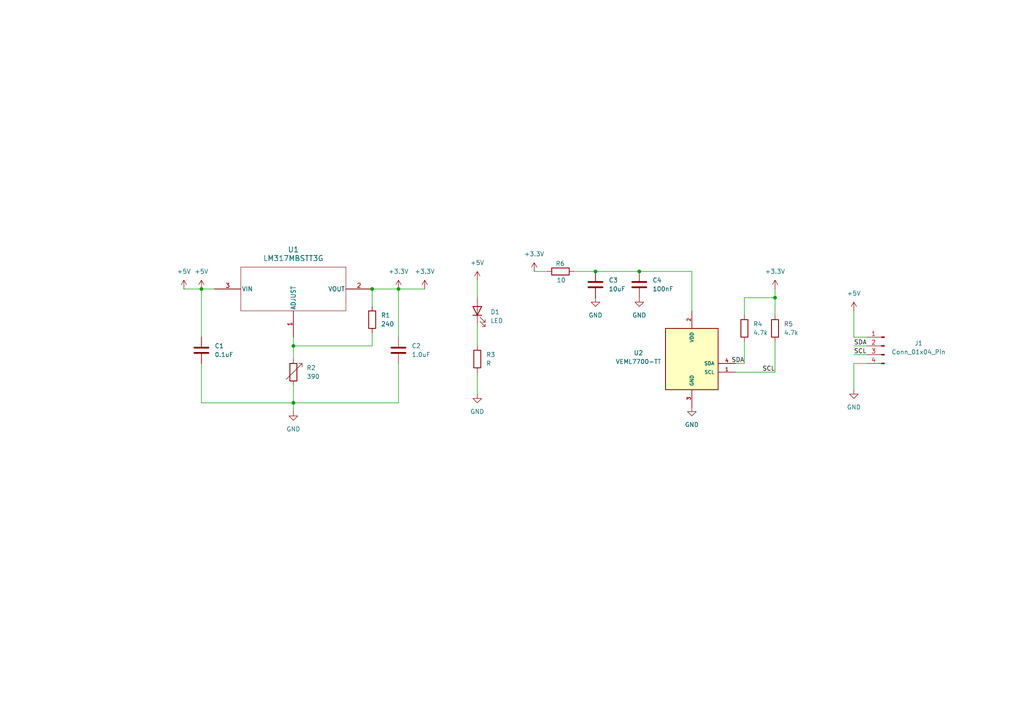
<source format=kicad_sch>
(kicad_sch (version 20250114) (generator "eeschema") (generator_version "9.0")
  (paper "A4")
  (lib_symbols
    (symbol "Connector:Conn_01x04_Pin" (pin_names (offset 1.016) (hide yes))
      (property "Reference" "J" (at 0 5.08 0))
      (property "Value" "Conn_01x04_Pin" (at 0 -7.62 0))
      (symbol "Conn_01x04_Pin_1_1"
        (rectangle (start 0.8636 2.667) (end 0 2.413) (stroke (width 0.1524)) (fill (type outline)))
        (rectangle (start 0.8636 0.127) (end 0 -0.127) (stroke (width 0.1524)) (fill (type outline)))
        (rectangle (start 0.8636 -2.413) (end 0 -2.667) (stroke (width 0.1524)) (fill (type outline)))
        (rectangle (start 0.8636 -4.953) (end 0 -5.207) (stroke (width 0.1524)) (fill (type outline)))
        (polyline (pts (xy 1.27 2.54) (xy 0.8636 2.54)) (stroke (width 0.1524)))
        (polyline (pts (xy 1.27 0) (xy 0.8636 0)) (stroke (width 0.1524)))
        (polyline (pts (xy 1.27 -2.54) (xy 0.8636 -2.54)) (stroke (width 0.1524)))
        (polyline (pts (xy 1.27 -5.08) (xy 0.8636 -5.08)) (stroke (width 0.1524)))
        (pin passive line (at 5.08 2.54 180) (length 3.81) (name "Pin_1") (number "1"))
        (pin passive line (at 5.08 0 180) (length 3.81) (name "Pin_2") (number "2"))
        (pin passive line (at 5.08 -2.54 180) (length 3.81) (name "Pin_3") (number "3"))
        (pin passive line (at 5.08 -5.08 180) (length 3.81) (name "Pin_4") (number "4"))
      )
    )
    (symbol "Device:C" (pin_numbers (hide yes)) (pin_names (offset 0.254))
      (property "Reference" "C" (at 0.635 2.54 0))
      (property "Value" "C" (at 0.635 -2.54 0))
      (symbol "C_0_1"
        (polyline (pts (xy -2.032 0.762) (xy 2.032 0.762)) (stroke (width 0.508)))
        (polyline (pts (xy -2.032 -0.762) (xy 2.032 -0.762)) (stroke (width 0.508)))
      )
      (symbol "C_1_1"
        (pin passive line (at 0 3.81 270) (length 2.794) (name "~") (number "1"))
        (pin passive line (at 0 -3.81 90) (length 2.794) (name "~") (number "2"))
      )
    )
    (symbol "Device:LED" (pin_numbers (hide yes)) (pin_names (offset 1.016) (hide yes))
      (property "Reference" "D" (at 0 2.54 0))
      (property "Value" "LED" (at 0 -2.54 0))
      (symbol "LED_0_1"
        (polyline (pts (xy -3.048 -0.762) (xy -4.572 -2.286) (xy -3.81 -2.286) (xy -4.572 -2.286) (xy -4.572 -1.524)))
        (polyline (pts (xy -1.778 -0.762) (xy -3.302 -2.286) (xy -2.54 -2.286) (xy -3.302 -2.286) (xy -3.302 -1.524)))
        (polyline (pts (xy -1.27 0) (xy 1.27 0)))
        (polyline (pts (xy -1.27 -1.27) (xy -1.27 1.27)) (stroke (width 0.254)))
        (polyline (pts (xy 1.27 -1.27) (xy 1.27 1.27) (xy -1.27 0) (xy 1.27 -1.27)) (stroke (width 0.254)))
      )
      (symbol "LED_1_1"
        (pin passive line (at -3.81 0 0) (length 2.54) (name "K") (number "1"))
        (pin passive line (at 3.81 0 180) (length 2.54) (name "A") (number "2"))
      )
    )
    (symbol "Device:R" (pin_numbers (hide yes)) (pin_names (offset 0))
      (property "Reference" "R" (at 2.032 0 90))
      (property "Value" "R" (at 0 0 90))
      (symbol "R_0_1"
        (rectangle (start -1.016 -2.54) (end 1.016 2.54) (stroke (width 0.254)))
      )
      (symbol "R_1_1"
        (pin passive line (at 0 3.81 270) (length 1.27) (name "~") (number "1"))
        (pin passive line (at 0 -3.81 90) (length 1.27) (name "~") (number "2"))
      )
    )
    (symbol "Device:R_Variable" (pin_numbers (hide yes)) (pin_names (offset 0))
      (property "Reference" "R" (at 2.54 -2.54 90))
      (property "Value" "R_Variable" (at -2.54 -1.27 90))
      (symbol "R_Variable_0_1"
        (rectangle (start -1.016 -2.54) (end 1.016 2.54) (stroke (width 0.254)))
        (polyline (pts (xy 2.54 1.524) (xy 2.54 2.54) (xy 1.524 2.54) (xy 2.54 2.54) (xy -2.032 -2.032)))
      )
      (symbol "R_Variable_1_1"
        (pin passive line (at 0 3.81 270) (length 1.27) (name "~") (number "1"))
        (pin passive line (at 0 -3.81 90) (length 1.27) (name "~") (number "2"))
      )
    )
    (symbol "LM317MBSTT3G:LM317MBSTT3G" (pin_names (offset 0.254))
      (property "Reference" "U1" (at 22.86 10.16 0))
      (property "Value" "LM317MBSTT3G" (at 22.86 7.62 0))
      (symbol "LM317MBSTT3G_0_1"
        (polyline (pts (xy 7.62 5.08) (xy 7.62 -7.62)) (stroke (width 0.127)))
        (polyline (pts (xy 7.62 -7.62) (xy 38.1 -7.62)) (stroke (width 0.127)))
        (polyline (pts (xy 38.1 5.08) (xy 7.62 5.08)) (stroke (width 0.127)))
        (polyline (pts (xy 38.1 -7.62) (xy 38.1 5.08)) (stroke (width 0.127)))
        (pin input line (at 0 -1.27 0) (length 7.62) (name "VIN") (number "3"))
        (pin unspecified line (at 22.86 -15.24 90) (length 7.62) (name "ADJUST") (number "1"))
        (pin output line (at 45.72 -1.27 180) (length 7.62) (name "VOUT") (number "2"))
      )
    )
    (symbol "VEML7700-TT:VEML7700-TT" (pin_names (offset 1.016))
      (property "Reference" "U2" (at -14.732 5.08 0))
      (property "Value" "VEML7700-TT" (at -14.732 2.54 0))
      (symbol "VEML7700-TT_0_0"
        (rectangle (start -7.62 10.16) (end 7.62 -7.62) (stroke (width 0.254)) (fill (type background)))
        (pin power_in line (at 0 15.24 270) (length 5.08) (name "VDD") (number "2"))
        (pin power_in line (at 0 -12.7 90) (length 5.08) (name "GND") (number "3"))
      )
      (symbol "VEML7700-TT_1_0"
        (pin bidirectional line (at 12.7 0 180) (length 5.08) (name "SDA") (number "4"))
        (pin input line (at 12.7 -2.54 180) (length 5.08) (name "SCL") (number "1"))
      )
    )
    (symbol "power:+3.3V" (power) (pin_numbers (hide yes)) (pin_names (offset 0) (hide yes))
      (property "Value" "+3.3V" (at 0 3.556 0))
      (symbol "+3.3V_0_1"
        (polyline (pts (xy -0.762 1.27) (xy 0 2.54)))
        (polyline (pts (xy 0 2.54) (xy 0.762 1.27)))
        (polyline (pts (xy 0 0) (xy 0 2.54)))
      )
      (symbol "+3.3V_1_1"
        (pin power_in line (at 0 0 90) (length 0) (name "~") (number "1"))
      )
    )
    (symbol "power:+5V" (power) (pin_numbers (hide yes)) (pin_names (offset 0) (hide yes))
      (property "Value" "+5V" (at 0 3.556 0))
      (symbol "+5V_0_1"
        (polyline (pts (xy -0.762 1.27) (xy 0 2.54)))
        (polyline (pts (xy 0 2.54) (xy 0.762 1.27)))
        (polyline (pts (xy 0 0) (xy 0 2.54)))
      )
      (symbol "+5V_1_1"
        (pin power_in line (at 0 0 90) (length 0) (name "~") (number "1"))
      )
    )
    (symbol "power:GND" (power) (pin_numbers (hide yes)) (pin_names (offset 0) (hide yes))
      (property "Value" "GND" (at 0 -3.81 0))
      (symbol "GND_0_1"
        (polyline (pts (xy 0 0) (xy 0 -1.27) (xy 1.27 -1.27) (xy 0 -2.54) (xy -1.27 -1.27) (xy 0 -1.27)))
      )
      (symbol "GND_1_1"
        (pin power_in line (at 0 0 270) (length 0) (name "~") (number "1"))
      )
    )
  )
  (junction (at 172.72 78.74))
  (junction (at 85.09 116.84))
  (junction (at 85.09 100.33))
  (junction (at 224.79 86.36))
  (junction (at 58.42 83.82))
  (junction (at 115.57 83.82))
  (junction (at 107.95 83.82))
  (junction (at 185.42 78.74))
  (wire (pts (xy 247.65 105.41) (xy 247.65 113.03)))
  (wire (pts (xy 115.57 83.82) (xy 115.57 97.79)))
  (wire (pts (xy 107.95 96.52) (xy 107.95 100.33)))
  (wire (pts (xy 115.57 105.41) (xy 115.57 116.84)))
  (wire (pts (xy 85.09 100.33) (xy 85.09 104.14)))
  (wire (pts (xy 251.46 105.41) (xy 247.65 105.41)))
  (wire (pts (xy 200.66 90.17) (xy 200.66 78.74)))
  (wire (pts (xy 138.43 93.98) (xy 138.43 100.33)))
  (wire (pts (xy 224.79 86.36) (xy 224.79 91.44)))
  (wire (pts (xy 115.57 83.82) (xy 123.19 83.82)))
  (wire (pts (xy 58.42 105.41) (xy 58.42 116.84)))
  (wire (pts (xy 138.43 81.28) (xy 138.43 86.36)))
  (wire (pts (xy 247.65 100.33) (xy 251.46 100.33)))
  (wire (pts (xy 154.94 78.74) (xy 158.75 78.74)))
  (wire (pts (xy 215.9 91.44) (xy 215.9 86.36)))
  (wire (pts (xy 138.43 107.95) (xy 138.43 114.3)))
  (wire (pts (xy 53.34 83.82) (xy 58.42 83.82)))
  (wire (pts (xy 251.46 97.79) (xy 247.65 97.79)))
  (wire (pts (xy 85.09 97.79) (xy 85.09 100.33)))
  (wire (pts (xy 215.9 86.36) (xy 224.79 86.36)))
  (wire (pts (xy 224.79 99.06) (xy 224.79 107.95)))
  (wire (pts (xy 85.09 100.33) (xy 107.95 100.33)))
  (wire (pts (xy 58.42 116.84) (xy 85.09 116.84)))
  (wire (pts (xy 247.65 90.17) (xy 247.65 97.79)))
  (wire (pts (xy 224.79 83.82) (xy 224.79 86.36)))
  (wire (pts (xy 185.42 78.74) (xy 200.66 78.74)))
  (wire (pts (xy 213.36 107.95) (xy 224.79 107.95)))
  (wire (pts (xy 62.23 83.82) (xy 58.42 83.82)))
  (wire (pts (xy 166.37 78.74) (xy 172.72 78.74)))
  (wire (pts (xy 85.09 116.84) (xy 85.09 119.38)))
  (wire (pts (xy 85.09 116.84) (xy 115.57 116.84)))
  (wire (pts (xy 107.95 83.82) (xy 107.95 88.9)))
  (wire (pts (xy 107.95 83.82) (xy 115.57 83.82)))
  (wire (pts (xy 215.9 99.06) (xy 215.9 105.41)))
  (wire (pts (xy 213.36 105.41) (xy 215.9 105.41)))
  (wire (pts (xy 85.09 111.76) (xy 85.09 116.84)))
  (wire (pts (xy 172.72 78.74) (xy 185.42 78.74)))
  (wire (pts (xy 247.65 102.87) (xy 251.46 102.87)))
  (wire (pts (xy 58.42 83.82) (xy 58.42 97.79)))
  (label "SCL" (at 247.65 102.87 0))
  (label "SCL" (at 224.79 107.95 180))
  (label "SDA" (at 247.65 100.33 0))
  (label "SDA" (at 215.9 105.41 180))
  (symbol (lib_id "Device:R") (at 162.56 78.74 90) (unit 1)
    (property "Reference" "R6" (at 163.83 76.454 90) (effects (justify left)))
    (property "Value" "10" (at 164.084 81.28 90) (effects (justify left)))
    (property "Footprint" "Resistor_SMD:R_0805_2012Metric_Pad1.20x1.40mm_HandSolder" (effects (hide yes)))
    (property "Description" "Resistor" (effects (hide yes)))
  )
  (symbol (lib_id "power:+3.3V") (at 115.57 83.82 0) (unit 1)
    (property "Reference" "#PWR05" (effects (hide yes)))
    (property "Value" "+3.3V" (at 115.57 78.74 0))
    (property "Description" "Power symbol creates a global label with name \"+3.3V\"" (effects (hide yes)))
  )
  (symbol (lib_id "Device:C") (at 58.42 101.6 0) (unit 1)
    (property "Reference" "C1" (at 62.23 100.3299 0) (effects (justify left)))
    (property "Value" "0.1uF" (at 62.23 102.8699 0) (effects (justify left)))
    (property "Footprint" "Capacitor_SMD:C_0805_2012Metric_Pad1.18x1.45mm_HandSolder" (effects (hide yes)))
    (property "Description" "Unpolarized capacitor" (effects (hide yes)))
  )
  (symbol (lib_id "power:+3.3V") (at 123.19 83.82 0) (unit 1)
    (property "Reference" "#PWR03" (effects (hide yes)))
    (property "Value" "+3.3V" (at 123.19 78.74 0))
    (property "Description" "Power symbol creates a global label with name \"+3.3V\"" (effects (hide yes)))
  )
  (symbol (lib_id "Device:R") (at 138.43 104.14 0) (unit 1)
    (property "Reference" "R3" (at 140.97 102.8699 0) (effects (justify left)))
    (property "Value" "R" (at 140.97 105.4099 0) (effects (justify left)))
    (property "Footprint" "Resistor_SMD:R_0805_2012Metric_Pad1.20x1.40mm_HandSolder" (effects (hide yes)))
    (property "Description" "Resistor" (effects (hide yes)))
  )
  (symbol (lib_id "Device:R") (at 215.9 95.25 0) (unit 1)
    (property "Reference" "R4" (at 218.44 93.9799 0) (effects (justify left)))
    (property "Value" "4.7k" (at 218.44 96.5199 0) (effects (justify left)))
    (property "Footprint" "Resistor_SMD:R_0805_2012Metric_Pad1.20x1.40mm_HandSolder" (effects (hide yes)))
    (property "Description" "Resistor" (effects (hide yes)))
  )
  (symbol (lib_id "Device:R") (at 224.79 95.25 0) (unit 1)
    (property "Reference" "R5" (at 227.33 93.9799 0) (effects (justify left)))
    (property "Value" "4.7k" (at 227.33 96.5199 0) (effects (justify left)))
    (property "Footprint" "Resistor_SMD:R_0805_2012Metric_Pad1.20x1.40mm_HandSolder" (effects (hide yes)))
    (property "Description" "Resistor" (effects (hide yes)))
  )
  (symbol (lib_id "power:GND") (at 247.65 113.03 0) (unit 1)
    (property "Reference" "#PWR014" (effects (hide yes)))
    (property "Value" "GND" (at 247.65 118.11 0))
    (property "Description" "Power symbol creates a global label with name \"GND\" , ground" (effects (hide yes)))
  )
  (symbol (lib_id "power:+3.3V") (at 154.94 78.74 0) (unit 1)
    (property "Reference" "#PWR011" (effects (hide yes)))
    (property "Value" "+3.3V" (at 154.94 73.66 0))
    (property "Description" "Power symbol creates a global label with name \"+3.3V\"" (effects (hide yes)))
  )
  (symbol (lib_id "power:GND") (at 172.72 86.36 0) (unit 1)
    (property "Reference" "#PWR09" (effects (hide yes)))
    (property "Value" "GND" (at 172.72 91.44 0))
    (property "Description" "Power symbol creates a global label with name \"GND\" , ground" (effects (hide yes)))
  )
  (symbol (lib_id "Device:C") (at 172.72 82.55 0) (unit 1)
    (property "Reference" "C3" (at 176.53 81.2799 0) (effects (justify left)))
    (property "Value" "10uF" (at 176.53 83.8199 0) (effects (justify left)))
    (property "Footprint" "Capacitor_SMD:C_0805_2012Metric_Pad1.18x1.45mm_HandSolder" (effects (hide yes)))
    (property "Description" "Unpolarized capacitor" (effects (hide yes)))
  )
  (symbol (lib_id "Device:LED") (at 138.43 90.17 90) (unit 1)
    (property "Reference" "D1" (at 142.24 90.4874 90) (effects (justify right)))
    (property "Value" "LED" (at 142.24 93.0274 90) (effects (justify right)))
    (property "Footprint" "LED_SMD:LED_0805_2012Metric_Pad1.15x1.40mm_HandSolder" (effects (hide yes)))
    (property "Description" "Light emitting diode" (effects (hide yes)))
    (property "Sim.Pins" "1=K 2=A" (effects (hide yes)))
  )
  (symbol (lib_id "Device:C") (at 115.57 101.6 0) (unit 1)
    (property "Reference" "C2" (at 119.38 100.3299 0) (effects (justify left)))
    (property "Value" "1.0uF" (at 119.38 102.8699 0) (effects (justify left)))
    (property "Footprint" "Capacitor_SMD:C_0805_2012Metric_Pad1.18x1.45mm_HandSolder" (effects (hide yes)))
    (property "Description" "Unpolarized capacitor" (effects (hide yes)))
  )
  (symbol (lib_id "power:+3.3V") (at 224.79 83.82 0) (unit 1)
    (property "Reference" "#PWR012" (effects (hide yes)))
    (property "Value" "+3.3V" (at 224.79 78.74 0))
    (property "Description" "Power symbol creates a global label with name \"+3.3V\"" (effects (hide yes)))
  )
  (symbol (lib_id "power:+5V") (at 58.42 83.82 0) (unit 1)
    (property "Reference" "#PWR04" (effects (hide yes)))
    (property "Value" "+5V" (at 58.42 78.74 0))
    (property "Description" "Power symbol creates a global label with name \"+5V\"" (effects (hide yes)))
  )
  (symbol (lib_id "Device:R") (at 107.95 92.71 0) (unit 1)
    (property "Reference" "R1" (at 110.49 91.4399 0) (effects (justify left)))
    (property "Value" "240" (at 110.49 93.9799 0) (effects (justify left)))
    (property "Footprint" "Resistor_SMD:R_0805_2012Metric_Pad1.20x1.40mm_HandSolder" (effects (hide yes)))
    (property "Description" "Resistor" (effects (hide yes)))
  )
  (symbol (lib_id "Device:C") (at 185.42 82.55 0) (unit 1)
    (property "Reference" "C4" (at 189.23 81.2799 0) (effects (justify left)))
    (property "Value" "100nF" (at 189.23 83.8199 0) (effects (justify left)))
    (property "Footprint" "Capacitor_SMD:C_0805_2012Metric_Pad1.18x1.45mm_HandSolder" (effects (hide yes)))
    (property "Description" "Unpolarized capacitor" (effects (hide yes)))
  )
  (symbol (lib_id "power:GND") (at 85.09 119.38 0) (unit 1)
    (property "Reference" "#PWR01" (effects (hide yes)))
    (property "Value" "GND" (at 85.09 124.46 0))
    (property "Description" "Power symbol creates a global label with name \"GND\" , ground" (effects (hide yes)))
  )
  (symbol (lib_id "Connector:Conn_01x04_Pin") (at 256.54 100.33 0) (mirror y) (unit 1)
    (property "Reference" "J1" (at 266.446 99.568 0))
    (property "Value" "Conn_01x04_Pin" (at 266.446 102.108 0))
    (property "Footprint" "Connector_PinSocket_2.54mm:PinSocket_1x04_P2.54mm_Vertical" (effects (hide yes)))
    (property "Description" "Generic connector, single row, 01x04, script generated" (effects (hide yes)))
  )
  (symbol (lib_id "power:+5V") (at 247.65 90.17 0) (unit 1)
    (property "Reference" "#PWR013" (effects (hide yes)))
    (property "Value" "+5V" (at 247.65 85.09 0))
    (property "Description" "Power symbol creates a global label with name \"+5V\"" (effects (hide yes)))
  )
  (symbol (lib_id "power:GND") (at 185.42 86.36 0) (unit 1)
    (property "Reference" "#PWR010" (effects (hide yes)))
    (property "Value" "GND" (at 185.42 91.44 0))
    (property "Description" "Power symbol creates a global label with name \"GND\" , ground" (effects (hide yes)))
  )
  (symbol (lib_id "Device:R_Variable") (at 85.09 107.95 0) (unit 1)
    (property "Reference" "R2" (at 88.9 106.6799 0) (effects (justify left)))
    (property "Value" "390" (at 88.9 109.2199 0) (effects (justify left)))
    (property "Footprint" "Resistor_SMD:R_0805_2012Metric_Pad1.20x1.40mm_HandSolder" (effects (hide yes)))
    (property "Description" "Variable resistor" (effects (hide yes)))
  )
  (symbol (lib_id "power:+5V") (at 53.34 83.82 0) (unit 1)
    (property "Reference" "#PWR02" (effects (hide yes)))
    (property "Value" "+5V" (at 53.34 78.74 0))
    (property "Description" "Power symbol creates a global label with name \"+5V\"" (effects (hide yes)))
  )
  (symbol (lib_id "VEML7700-TT:VEML7700-TT") (at 200.66 105.41 0) (unit 1)
    (property "Reference" "U2" (at 185.166 102.362 0))
    (property "Value" "VEML7700-TT" (at 185.166 104.902 0))
    (property "Footprint" "VEML7700_TT:XDCR_VEML7700-TT" (effects (hide yes)))
    (property "PARTREV" "1.6" (effects (hide yes)))
    (property "STANDARD" "Manufacturer Recommendations" (effects (hide yes)))
    (property "SNAPEDA_PN" "VEML7700-TT" (effects (hide yes)))
    (property "MAXIMUM_PACKAGE_HEIGHT" "2.35 mm" (effects (hide yes)))
    (property "MANUFACTURER" "Vishay" (effects (hide yes)))
  )
  (symbol (lib_id "LM317MBSTT3G:LM317MBSTT3G") (at 62.23 82.55 0) (unit 1)
    (property "Reference" "U1" (at 85.09 72.39 0) (effects (font (size 1.524 1.524))))
    (property "Value" "LM317MBSTT3G" (at 85.09 74.93 0) (effects (font (size 1.524 1.524))))
    (property "Footprint" "footprints:SOT223-3_ONS" (effects (hide yes)))
    (property "Datasheet" "LM317MBSTT3G" (effects (hide yes)))
  )
  (symbol (lib_id "power:GND") (at 138.43 114.3 0) (unit 1)
    (property "Reference" "#PWR07" (effects (hide yes)))
    (property "Value" "GND" (at 138.43 119.38 0))
    (property "Description" "Power symbol creates a global label with name \"GND\" , ground" (effects (hide yes)))
  )
  (symbol (lib_id "power:GND") (at 200.66 118.11 0) (unit 1)
    (property "Reference" "#PWR08" (effects (hide yes)))
    (property "Value" "GND" (at 200.66 123.19 0))
    (property "Description" "Power symbol creates a global label with name \"GND\" , ground" (effects (hide yes)))
  )
  (symbol (lib_id "power:+5V") (at 138.43 81.28 0) (unit 1)
    (property "Reference" "#PWR06" (effects (hide yes)))
    (property "Value" "+5V" (at 138.43 76.2 0))
    (property "Description" "Power symbol creates a global label with name \"+5V\"" (effects (hide yes)))
  )
)
</source>
